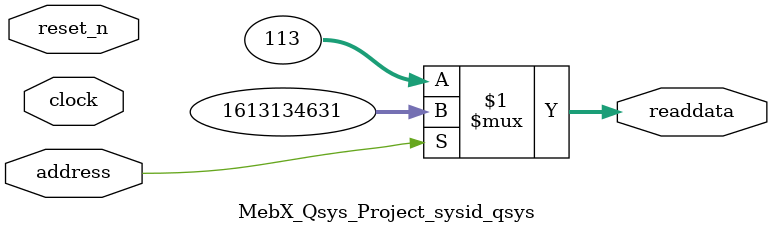
<source format=v>



// synthesis translate_off
`timescale 1ns / 1ps
// synthesis translate_on

// turn off superfluous verilog processor warnings 
// altera message_level Level1 
// altera message_off 10034 10035 10036 10037 10230 10240 10030 

module MebX_Qsys_Project_sysid_qsys (
               // inputs:
                address,
                clock,
                reset_n,

               // outputs:
                readdata
             )
;

  output  [ 31: 0] readdata;
  input            address;
  input            clock;
  input            reset_n;

  wire    [ 31: 0] readdata;
  //control_slave, which is an e_avalon_slave
  assign readdata = address ? 1613134631 : 113;

endmodule



</source>
